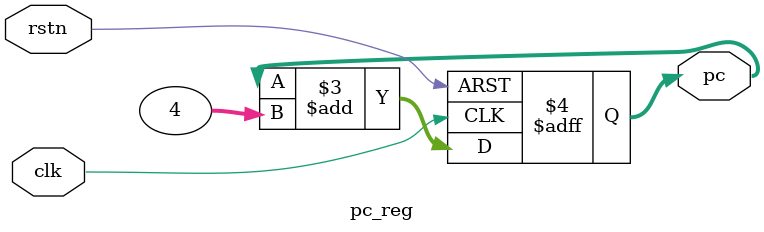
<source format=v>
module pc_reg(
  input clk,
  input rstn,
  output reg [31:0] pc
);

always@(posedge clk or negedge rstn)begin
  if(!rstn)begin
    pc <= 32'h8000_0000;
  end
  else begin
    pc <= pc + 4;
  end
end

endmodule


</source>
